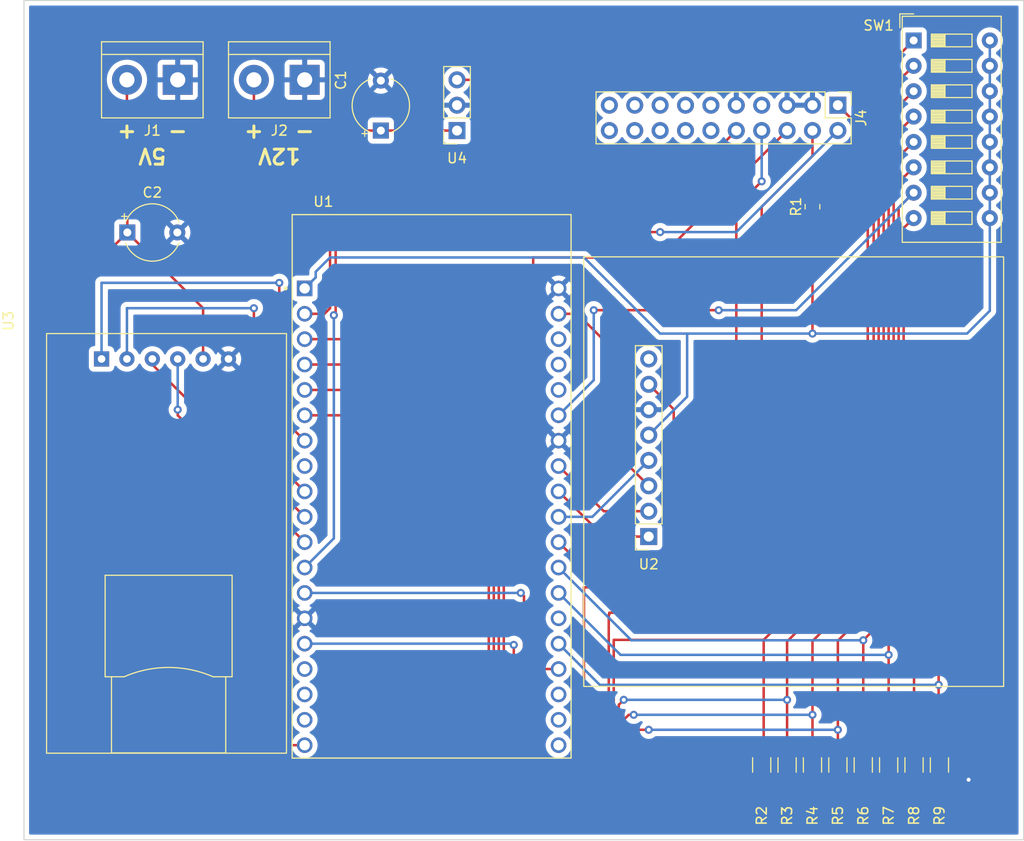
<source format=kicad_pcb>
(kicad_pcb (version 20211014) (generator pcbnew)
  (layers (0 "F.Cu" signal) (31 "B.Cu" signal) (34 "B.Paste" user) (35 "F.Paste" user) (36 "B.SilkS" user "B.Silkscreen") (37 "F.SilkS" user "F.Silkscreen") (38 "B.Mask" user) (39 "F.Mask" user) (44 "Edge.Cuts" user))
  (net 0 "")
  (net 12 "GND")
  (net 14 "PN532_MOSI")
  (net 15 "PN532_CLK")
  (net 16 "PN532_SS")
  (net 17 "PN532_IRQ")
  (net 18 "PN532_MISO")
  (net 19 "+3V3")
  (net 20 "+12V")
  (net 21 "+5V")
  (net 22 "JTAG_TMS")
  (net 23 "JTAG_TCK")
  (net 24 "JTAG_TDO")
  (net 25 "JTAG_TDI")
  (net 26 "JTAG_RST")
  (net 27 "SD_CS")
  (net 28 "SD_SCL")
  (net 29 "SD_MOSI")
  (net 30 "SD_MISO")
  (net 31 "Net-(J4-Pad1)")
  (net 32 "DIP_1")
  (net 33 "DIP_2")
  (net 34 "DIP_3")
  (net 35 "DIP_4")
  (net 36 "DIP_5")
  (net 37 "DIP_6")
  (net 38 "DIP_7")
  (net 39 "DIP_8")
  (footprint "Connector_PinSocket_2.54mm:PinSocket_1x03_P2.54mm_Vertical" (layer "F.Cu") (at 147.32 33.02 180)
    (fp_text reference "U4" (at 0 -2.77) (layer "F.SilkS"))
    (fp_text value "L7805")
    (pad "1" thru_hole rect (at 0 0 180) (size 1.7 1.7) (drill 1) (layers *.Cu *.Mask) (net 20 "+12V"))
    (pad "2" thru_hole oval (at 0 2.54 180) (size 1.7 1.7) (drill 1) (layers *.Cu *.Mask) (net 12 "GND"))
    (pad "3" thru_hole oval (at 0 5.08 180) (size 1.7 1.7) (drill 1) (layers *.Cu *.Mask) (net 21 "+5V"))
  )
  (footprint "Resistor_SMD:R_1206_3216Metric_Pad1.30x1.75mm_HandSolder" (layer "F.Cu") (at 187.96 96.52 90)
    (fp_text reference "R6" (at -5.08 0 90) (layer "F.SilkS"))
    (fp_text value "4.7k")
    (pad "1" smd roundrect (at -1.55 0 90) (size 1.3 1.75) (layers "F.Cu" "F.Paste" "F.Mask") (roundrect_rratio 0.1923076923) (net 12 "GND"))
    (pad "2" smd roundrect (at 1.55 0 90) (size 1.3 1.75) (layers "F.Cu" "F.Paste" "F.Mask") (roundrect_rratio 0.1923076923) (net 36 "DIP_5"))
  )
  (footprint "Capacitor_THT:CP_Radial_Tantal_D5.5mm_P5.00mm" (layer "F.Cu") (at 114.34 43.22)
    (fp_text reference "C2" (at 2.5 -4) (layer "F.SilkS"))
    (fp_text value "0.1uF")
    (pad "1" thru_hole rect (at 0 0) (size 1.6 1.6) (drill 0.8) (layers *.Cu *.Mask) (net 21 "+5V"))
    (pad "2" thru_hole circle (at 5 0) (size 1.6 1.6) (drill 0.8) (layers *.Cu *.Mask) (net 12 "GND"))
  )
  (footprint "Resistor_SMD:R_1206_3216Metric_Pad1.30x1.75mm_HandSolder" (layer "F.Cu") (at 193.04 96.52 90)
    (fp_text reference "R8" (at -5.08 0 90) (layer "F.SilkS"))
    (fp_text value "4.7k")
    (pad "1" smd roundrect (at -1.55 0 90) (size 1.3 1.75) (layers "F.Cu" "F.Paste" "F.Mask") (roundrect_rratio 0.1923076923) (net 12 "GND"))
    (pad "2" smd roundrect (at 1.55 0 90) (size 1.3 1.75) (layers "F.Cu" "F.Paste" "F.Mask") (roundrect_rratio 0.1923076923) (net 38 "DIP_7"))
  )
  (footprint "Button_Switch_THT:SW_DIP_SPSTx08_Slide_9.78x22.5mm_W7.62mm_P2.54mm" (layer "F.Cu") (at 193 24)
    (fp_text reference "SW1" (at -3.5 -1.5) (layer "F.SilkS"))
    (fp_text value "SW_DIP_x08")
    (pad "1" thru_hole rect (at 0 0) (size 1.6 1.6) (drill 0.8) (layers *.Cu *.Mask) (net 32 "DIP_1"))
    (pad "2" thru_hole oval (at 0 2.54) (size 1.6 1.6) (drill 0.8) (layers *.Cu *.Mask) (net 33 "DIP_2"))
    (pad "3" thru_hole oval (at 0 5.08) (size 1.6 1.6) (drill 0.8) (layers *.Cu *.Mask) (net 34 "DIP_3"))
    (pad "4" thru_hole oval (at 0 7.62) (size 1.6 1.6) (drill 0.8) (layers *.Cu *.Mask) (net 35 "DIP_4"))
    (pad "5" thru_hole oval (at 0 10.16) (size 1.6 1.6) (drill 0.8) (layers *.Cu *.Mask) (net 36 "DIP_5"))
    (pad "6" thru_hole oval (at 0 12.7) (size 1.6 1.6) (drill 0.8) (layers *.Cu *.Mask) (net 37 "DIP_6"))
    (pad "7" thru_hole oval (at 0 15.24) (size 1.6 1.6) (drill 0.8) (layers *.Cu *.Mask) (net 38 "DIP_7"))
    (pad "8" thru_hole oval (at 0 17.78) (size 1.6 1.6) (drill 0.8) (layers *.Cu *.Mask) (net 39 "DIP_8"))
    (pad "9" thru_hole oval (at 7.62 17.78) (size 1.6 1.6) (drill 0.8) (layers *.Cu *.Mask) (net 19 "+3V3"))
    (pad "10" thru_hole oval (at 7.62 15.24) (size 1.6 1.6) (drill 0.8) (layers *.Cu *.Mask) (net 19 "+3V3"))
    (pad "11" thru_hole oval (at 7.62 12.7) (size 1.6 1.6) (drill 0.8) (layers *.Cu *.Mask) (net 19 "+3V3"))
    (pad "12" thru_hole oval (at 7.62 10.16) (size 1.6 1.6) (drill 0.8) (layers *.Cu *.Mask) (net 19 "+3V3"))
    (pad "13" thru_hole oval (at 7.62 7.62) (size 1.6 1.6) (drill 0.8) (layers *.Cu *.Mask) (net 19 "+3V3"))
    (pad "14" thru_hole oval (at 7.62 5.08) (size 1.6 1.6) (drill 0.8) (layers *.Cu *.Mask) (net 19 "+3V3"))
    (pad "15" thru_hole oval (at 7.62 2.54) (size 1.6 1.6) (drill 0.8) (layers *.Cu *.Mask) (net 19 "+3V3"))
    (pad "16" thru_hole oval (at 7.62 0) (size 1.6 1.6) (drill 0.8) (layers *.Cu *.Mask) (net 19 "+3V3"))
  )
  (footprint "Resistor_SMD:R_1206_3216Metric_Pad1.30x1.75mm_HandSolder" (layer "F.Cu") (at 177.8 96.52 90)
    (fp_text reference "R2" (at -5.08 0 90) (layer "F.SilkS"))
    (fp_text value "4.7k")
    (pad "1" smd roundrect (at -1.55 0 90) (size 1.3 1.75) (layers "F.Cu" "F.Paste" "F.Mask") (roundrect_rratio 0.1923076923) (net 12 "GND"))
    (pad "2" smd roundrect (at 1.55 0 90) (size 1.3 1.75) (layers "F.Cu" "F.Paste" "F.Mask") (roundrect_rratio 0.1923076923) (net 32 "DIP_1"))
  )
  (footprint "pn532:pn532_breakout" (layer "F.Cu") (at 166.5 73.66 180)
    (fp_text reference "U2" (at 0 -2.77) (layer "F.SilkS"))
    (fp_text value "pn532_breakout")
    (pad "1" thru_hole rect (at 0 0 180) (size 1.7 1.7) (drill 1) (layers *.Cu *.Mask) (net 15 "PN532_CLK"))
    (pad "2" thru_hole oval (at 0 2.54 180) (size 1.7 1.7) (drill 1) (layers *.Cu *.Mask) (net 18 "PN532_MISO"))
    (pad "3" thru_hole oval (at 0 5.08 180) (size 1.7 1.7) (drill 1) (layers *.Cu *.Mask) (net 14 "PN532_MOSI"))
    (pad "4" thru_hole oval (at 0 7.62 180) (size 1.7 1.7) (drill 1) (layers *.Cu *.Mask) (net 16 "PN532_SS"))
    (pad "5" thru_hole oval (at 0 10.16 180) (size 1.7 1.7) (drill 1) (layers *.Cu *.Mask) (net 19 "+3V3"))
    (pad "6" thru_hole oval (at 0 12.7 180) (size 1.7 1.7) (drill 1) (layers *.Cu *.Mask) (net 12 "GND"))
    (pad "7" thru_hole oval (at 0 15.24 180) (size 1.7 1.7) (drill 1) (layers *.Cu *.Mask) (net 17 "PN532_IRQ"))
    (pad "8" thru_hole oval (at 0 17.78 180) (size 1.7 1.7) (drill 1) (layers *.Cu *.Mask))
  )
  (footprint "Resistor_SMD:R_0805_2012Metric" (layer "F.Cu") (at 182.88 40.64 90)
    (fp_text reference "R1" (at 0 -1.65 90) (layer "F.SilkS"))
    (fp_text value "0")
    (pad "1" smd roundrect (at -0.9125 0 90) (size 1.025 1.4) (layers "F.Cu" "F.Paste" "F.Mask") (roundrect_rratio 0.243902439) (net 19 "+3V3"))
    (pad "2" smd roundrect (at 0.9125 0 90) (size 1.025 1.4) (layers "F.Cu" "F.Paste" "F.Mask") (roundrect_rratio 0.243902439) (net 31 "Net-(J4-Pad1)"))
  )
  (footprint "Resistor_SMD:R_1206_3216Metric_Pad1.30x1.75mm_HandSolder" (layer "F.Cu") (at 182.88 96.52 90)
    (fp_text reference "R4" (at -5.08 0 90) (layer "F.SilkS"))
    (fp_text value "4.7k")
    (pad "1" smd roundrect (at -1.55 0 90) (size 1.3 1.75) (layers "F.Cu" "F.Paste" "F.Mask") (roundrect_rratio 0.1923076923) (net 12 "GND"))
    (pad "2" smd roundrect (at 1.55 0 90) (size 1.3 1.75) (layers "F.Cu" "F.Paste" "F.Mask") (roundrect_rratio 0.1923076923) (net 34 "DIP_3"))
  )
  (footprint "Resistor_SMD:R_1206_3216Metric_Pad1.30x1.75mm_HandSolder" (layer "F.Cu") (at 190.5 96.52 90)
    (fp_text reference "R7" (at -5.08 0 90) (layer "F.SilkS"))
    (fp_text value "4.7k")
    (pad "1" smd roundrect (at -1.55 0 90) (size 1.3 1.75) (layers "F.Cu" "F.Paste" "F.Mask") (roundrect_rratio 0.1923076923) (net 12 "GND"))
    (pad "2" smd roundrect (at 1.55 0 90) (size 1.3 1.75) (layers "F.Cu" "F.Paste" "F.Mask") (roundrect_rratio 0.1923076923) (net 37 "DIP_6"))
  )
  (footprint "TerminalBlock:TerminalBlock_bornier-2_P5.08mm" (layer "F.Cu") (at 132.08 27.94 180)
    (fp_text reference "J2" (at 2.54 -5.08) (layer "F.SilkS"))
    (fp_text value "Conn_01x02")
    (pad "1" thru_hole rect (at 0 0 180) (size 3 3) (drill 1.52) (layers *.Cu *.Mask) (net 12 "GND"))
    (pad "2" thru_hole circle (at 5.08 0 180) (size 3 3) (drill 1.52) (layers *.Cu *.Mask) (net 20 "+12V"))
  )
  (footprint "Connector_PinHeader_2.54mm:PinHeader_2x10_P2.54mm_Vertical" (layer "F.Cu") (at 185.42 30.48 -90)
    (fp_text reference "J4" (at 1.27 -2.33 90) (layer "F.SilkS"))
    (fp_text value "Conn_ARM_JTAG_SWD_10")
    (pad "1" thru_hole rect (at 0 0 270) (size 1.7 1.7) (drill 1) (layers *.Cu *.Mask) (net 31 "Net-(J4-Pad1)"))
    (pad "2" thru_hole oval (at 2.54 0 270) (size 1.7 1.7) (drill 1) (layers *.Cu *.Mask) (net 22 "JTAG_TMS"))
    (pad "3" thru_hole oval (at 0 2.54 270) (size 1.7 1.7) (drill 1) (layers *.Cu *.Mask) (net 12 "GND"))
    (pad "4" thru_hole oval (at 2.54 2.54 270) (size 1.7 1.7) (drill 1) (layers *.Cu *.Mask) (net 23 "JTAG_TCK"))
    (pad "5" thru_hole oval (at 0 5.08 270) (size 1.7 1.7) (drill 1) (layers *.Cu *.Mask) (net 12 "GND"))
    (pad "6" thru_hole oval (at 2.54 5.08 270) (size 1.7 1.7) (drill 1) (layers *.Cu *.Mask) (net 24 "JTAG_TDO"))
    (pad "7" thru_hole oval (at 0 7.62 270) (size 1.7 1.7) (drill 1) (layers *.Cu *.Mask))
    (pad "8" thru_hole oval (at 2.54 7.62 270) (size 1.7 1.7) (drill 1) (layers *.Cu *.Mask) (net 25 "JTAG_TDI"))
    (pad "9" thru_hole oval (at 0 10.16 270) (size 1.7 1.7) (drill 1) (layers *.Cu *.Mask) (net 12 "GND"))
    (pad "10" thru_hole oval (at 2.54 10.16 270) (size 1.7 1.7) (drill 1) (layers *.Cu *.Mask) (net 26 "JTAG_RST"))
    (pad "11" thru_hole oval (at 0 12.7 270) (size 1.7 1.7) (drill 1) (layers *.Cu *.Mask))
    (pad "12" thru_hole oval (at 2.54 12.7 270) (size 1.7 1.7) (drill 1) (layers *.Cu *.Mask))
    (pad "13" thru_hole oval (at 0 15.24 270) (size 1.7 1.7) (drill 1) (layers *.Cu *.Mask))
    (pad "14" thru_hole oval (at 2.54 15.24 270) (size 1.7 1.7) (drill 1) (layers *.Cu *.Mask))
    (pad "15" thru_hole oval (at 0 17.78 270) (size 1.7 1.7) (drill 1) (layers *.Cu *.Mask))
    (pad "16" thru_hole oval (at 2.54 17.78 270) (size 1.7 1.7) (drill 1) (layers *.Cu *.Mask))
    (pad "17" thru_hole oval (at 0 20.32 270) (size 1.7 1.7) (drill 1) (layers *.Cu *.Mask))
    (pad "18" thru_hole oval (at 2.54 20.32 270) (size 1.7 1.7) (drill 1) (layers *.Cu *.Mask))
    (pad "19" thru_hole oval (at 0 22.86 270) (size 1.7 1.7) (drill 1) (layers *.Cu *.Mask))
    (pad "20" thru_hole oval (at 2.54 22.86 270) (size 1.7 1.7) (drill 1) (layers *.Cu *.Mask))
  )
  (footprint "TerminalBlock:TerminalBlock_bornier-2_P5.08mm" (layer "F.Cu") (at 119.38 27.94 180)
    (fp_text reference "J1" (at 2.54 -5.08) (layer "F.SilkS"))
    (fp_text value "Conn_01x02")
    (pad "1" thru_hole rect (at 0 0 180) (size 3 3) (drill 1.52) (layers *.Cu *.Mask) (net 12 "GND"))
    (pad "2" thru_hole circle (at 5.08 0 180) (size 3 3) (drill 1.52) (layers *.Cu *.Mask) (net 21 "+5V"))
  )
  (footprint "Resistor_SMD:R_1206_3216Metric_Pad1.30x1.75mm_HandSolder" (layer "F.Cu") (at 185.42 96.52 90)
    (fp_text reference "R5" (at -5.08 0 90) (layer "F.SilkS"))
    (fp_text value "4.7k")
    (pad "1" smd roundrect (at -1.55 0 90) (size 1.3 1.75) (layers "F.Cu" "F.Paste" "F.Mask") (roundrect_rratio 0.1923076923) (net 12 "GND"))
    (pad "2" smd roundrect (at 1.55 0 90) (size 1.3 1.75) (layers "F.Cu" "F.Paste" "F.Mask") (roundrect_rratio 0.1923076923) (net 35 "DIP_4"))
  )
  (footprint "3rdparty:MODULE_ESP32-DEVKITC-32D" (layer "F.Cu") (at 144.78 68.58)
    (fp_text reference "U1" (at -10.829175 -28.446045) (layer "F.SilkS") (effects (font (size 1.000386 1.000386))))
    (fp_text value "ESP32-DEVKITC-32D")
    (pad "J2-1" thru_hole rect (at -12.7 -19.76) (size 1.56 1.56) (drill 1.04) (layers *.Cu *.Mask) (net 19 "+3V3"))
    (pad "J2-2" thru_hole circle (at -12.7 -17.22) (size 1.56 1.56) (drill 1.04) (layers *.Cu *.Mask) (net 26 "JTAG_RST"))
    (pad "J2-3" thru_hole circle (at -12.7 -14.68) (size 1.56 1.56) (drill 1.04) (layers *.Cu *.Mask) (net 32 "DIP_1"))
    (pad "J2-4" thru_hole circle (at -12.7 -12.14) (size 1.56 1.56) (drill 1.04) (layers *.Cu *.Mask) (net 33 "DIP_2"))
    (pad "J2-5" thru_hole circle (at -12.7 -9.6) (size 1.56 1.56) (drill 1.04) (layers *.Cu *.Mask) (net 34 "DIP_3"))
    (pad "J2-6" thru_hole circle (at -12.7 -7.06) (size 1.56 1.56) (drill 1.04) (layers *.Cu *.Mask) (net 35 "DIP_4"))
    (pad "J2-7" thru_hole circle (at -12.7 -4.52) (size 1.56 1.56) (drill 1.04) (layers *.Cu *.Mask) (net 27 "SD_CS"))
    (pad "J2-8" thru_hole circle (at -12.7 -1.98) (size 1.56 1.56) (drill 1.04) (layers *.Cu *.Mask))
    (pad "J2-9" thru_hole circle (at -12.7 0.56) (size 1.56 1.56) (drill 1.04) (layers *.Cu *.Mask) (net 28 "SD_SCL"))
    (pad "J2-10" thru_hole circle (at -12.7 3.1) (size 1.56 1.56) (drill 1.04) (layers *.Cu *.Mask) (net 29 "SD_MOSI"))
    (pad "J2-11" thru_hole circle (at -12.7 5.64) (size 1.56 1.56) (drill 1.04) (layers *.Cu *.Mask) (net 30 "SD_MISO"))
    (pad "J2-12" thru_hole circle (at -12.7 8.18) (size 1.56 1.56) (drill 1.04) (layers *.Cu *.Mask) (net 22 "JTAG_TMS"))
    (pad "J2-13" thru_hole circle (at -12.7 10.72) (size 1.56 1.56) (drill 1.04) (layers *.Cu *.Mask) (net 25 "JTAG_TDI"))
    (pad "J2-14" thru_hole circle (at -12.7 13.26) (size 1.56 1.56) (drill 1.04) (layers *.Cu *.Mask) (net 12 "GND"))
    (pad "J2-15" thru_hole circle (at -12.7 15.8) (size 1.56 1.56) (drill 1.04) (layers *.Cu *.Mask) (net 23 "JTAG_TCK"))
    (pad "J2-16" thru_hole circle (at -12.7 18.34) (size 1.56 1.56) (drill 1.04) (layers *.Cu *.Mask))
    (pad "J2-17" thru_hole circle (at -12.7 20.88) (size 1.56 1.56) (drill 1.04) (layers *.Cu *.Mask))
    (pad "J2-18" thru_hole circle (at -12.7 23.42) (size 1.56 1.56) (drill 1.04) (layers *.Cu *.Mask))
    (pad "J2-19" thru_hole circle (at -12.7 25.96) (size 1.56 1.56) (drill 1.04) (layers *.Cu *.Mask) (net 21 "+5V"))
    (pad "J3-1" thru_hole circle (at 12.7 -19.76) (size 1.56 1.56) (drill 1.04) (layers *.Cu *.Mask) (net 12 "GND"))
    (pad "J3-2" thru_hole circle (at 12.7 -17.22) (size 1.56 1.56) (drill 1.04) (layers *.Cu *.Mask) (net 14 "PN532_MOSI"))
    (pad "J3-3" thru_hole circle (at 12.7 -14.68) (size 1.56 1.56) (drill 1.04) (layers *.Cu *.Mask))
    (pad "J3-4" thru_hole circle (at 12.7 -12.14) (size 1.56 1.56) (drill 1.04) (layers *.Cu *.Mask))
    (pad "J3-5" thru_hole circle (at 12.7 -9.6) (size 1.56 1.56) (drill 1.04) (layers *.Cu *.Mask))
    (pad "J3-6" thru_hole circle (at 12.7 -7.06) (size 1.56 1.56) (drill 1.04) (layers *.Cu *.Mask) (net 38 "DIP_7"))
    (pad "J3-7" thru_hole circle (at 12.7 -4.52) (size 1.56 1.56) (drill 1.04) (layers *.Cu *.Mask) (net 12 "GND"))
    (pad "J3-8" thru_hole circle (at 12.7 -1.98) (size 1.56 1.56) (drill 1.04) (layers *.Cu *.Mask) (net 18 "PN532_MISO"))
    (pad "J3-9" thru_hole circle (at 12.7 0.56) (size 1.56 1.56) (drill 1.04) (layers *.Cu *.Mask) (net 15 "PN532_CLK"))
    (pad "J3-10" thru_hole circle (at 12.7 3.1) (size 1.56 1.56) (drill 1.04) (layers *.Cu *.Mask) (net 16 "PN532_SS"))
    (pad "J3-11" thru_hole circle (at 12.7 5.64) (size 1.56 1.56) (drill 1.04) (layers *.Cu *.Mask) (net 17 "PN532_IRQ"))
    (pad "J3-12" thru_hole circle (at 12.7 8.18) (size 1.56 1.56) (drill 1.04) (layers *.Cu *.Mask) (net 36 "DIP_5"))
    (pad "J3-13" thru_hole circle (at 12.7 10.72) (size 1.56 1.56) (drill 1.04) (layers *.Cu *.Mask) (net 37 "DIP_6"))
    (pad "J3-14" thru_hole circle (at 12.7 13.26) (size 1.56 1.56) (drill 1.04) (layers *.Cu *.Mask))
    (pad "J3-15" thru_hole circle (at 12.7 15.8) (size 1.56 1.56) (drill 1.04) (layers *.Cu *.Mask) (net 39 "DIP_8"))
    (pad "J3-16" thru_hole circle (at 12.7 18.34) (size 1.56 1.56) (drill 1.04) (layers *.Cu *.Mask) (net 24 "JTAG_TDO"))
    (pad "J3-17" thru_hole circle (at 12.7 20.88) (size 1.56 1.56) (drill 1.04) (layers *.Cu *.Mask))
    (pad "J3-18" thru_hole circle (at 12.7 23.42) (size 1.56 1.56) (drill 1.04) (layers *.Cu *.Mask))
    (pad "J3-19" thru_hole circle (at 12.7 25.96) (size 1.56 1.56) (drill 1.04) (layers *.Cu *.Mask))
  )
  (footprint "Resistor_SMD:R_1206_3216Metric_Pad1.30x1.75mm_HandSolder" (layer "F.Cu") (at 195.58 96.52 90)
    (fp_text reference "R9" (at -5.08 0 90) (layer "F.SilkS"))
    (fp_text value "4.7k")
    (pad "1" smd roundrect (at -1.55 0 90) (size 1.3 1.75) (layers "F.Cu" "F.Paste" "F.Mask") (roundrect_rratio 0.1923076923) (net 12 "GND"))
    (pad "2" smd roundrect (at 1.55 0 90) (size 1.3 1.75) (layers "F.Cu" "F.Paste" "F.Mask") (roundrect_rratio 0.1923076923) (net 39 "DIP_8"))
  )
  (footprint "Resistor_SMD:R_1206_3216Metric_Pad1.30x1.75mm_HandSolder" (layer "F.Cu") (at 180.34 96.52 90)
    (fp_text reference "R3" (at -5.08 0 90) (layer "F.SilkS"))
    (fp_text value "4.7k")
    (pad "1" smd roundrect (at -1.55 0 90) (size 1.3 1.75) (layers "F.Cu" "F.Paste" "F.Mask") (roundrect_rratio 0.1923076923) (net 12 "GND"))
    (pad "2" smd roundrect (at 1.55 0 90) (size 1.3 1.75) (layers "F.Cu" "F.Paste" "F.Mask") (roundrect_rratio 0.1923076923) (net 33 "DIP_2"))
  )
  (footprint "3rdparty:SD_Card_Module" (layer "F.Cu") (at 106.26 53.34 90)
    (fp_text reference "U3" (at 1.27 -3.81 90) (layer "F.SilkS"))
    (fp_text value "Micro_SD_Card_module")
    (pad "1" thru_hole rect (at -2.54 5.5 90) (size 1.524 1.524) (drill 0.762) (layers *.Cu *.Mask) (net 27 "SD_CS"))
    (pad "2" thru_hole circle (at -2.54 8.04 90) (size 1.524 1.524) (drill 0.762) (layers *.Cu *.Mask) (net 28 "SD_SCL"))
    (pad "3" thru_hole circle (at -2.54 10.58 90) (size 1.524 1.524) (drill 0.762) (layers *.Cu *.Mask) (net 29 "SD_MOSI"))
    (pad "4" thru_hole circle (at -2.54 13.12 90) (size 1.524 1.524) (drill 0.762) (layers *.Cu *.Mask) (net 30 "SD_MISO"))
    (pad "5" thru_hole circle (at -2.54 15.66 90) (size 1.524 1.524) (drill 0.762) (layers *.Cu *.Mask) (net 21 "+5V"))
    (pad "6" thru_hole circle (at -2.54 18.2 90) (size 1.524 1.524) (drill 0.762) (layers *.Cu *.Mask) (net 12 "GND"))
  )
  (footprint "Capacitor_THT:CP_Radial_Tantal_D5.5mm_P5.00mm" (layer "F.Cu") (at 139.7 33.02 90)
    (fp_text reference "C1" (at 5.04 -4 90) (layer "F.SilkS"))
    (fp_text value "0.33uF")
    (pad "1" thru_hole rect (at 0 0 90) (size 1.6 1.6) (drill 0.8) (layers *.Cu *.Mask) (net 20 "+12V"))
    (pad "2" thru_hole circle (at 5 0 90) (size 1.6 1.6) (drill 0.8) (layers *.Cu *.Mask) (net 12 "GND"))
  )
  (gr_rect (start 104 20) (end 204 104) (layer "Edge.Cuts") (width 0.1) (fill none))
  (gr_text "-" (at 119.38 33.02) (layer "F.SilkS") (effects (font (size 1.5 1.5) (thickness 0.3)) (justify mirror)))
  (gr_text "+" (at 127 33.02) (layer "F.SilkS") (effects (font (size 1.5 1.5) (thickness 0.3)) (justify mirror)))
  (gr_text "+" (at 114.3 33.02) (layer "F.SilkS") (effects (font (size 1.5 1.5) (thickness 0.3)) (justify mirror)))
  (gr_text "-" (at 132.08 33.02) (layer "F.SilkS") (effects (font (size 1.5 1.5) (thickness 0.3)) (justify mirror)))
  (gr_text "12V" (at 129.54 35.56 180) (layer "F.SilkS") (effects (font (size 1.5 1.5) (thickness 0.3))))
  (gr_text "5V" (at 116.84 35.56 180) (layer "F.SilkS") (effects (font (size 1.5 1.5) (thickness 0.3))))
  (segment (start 187.96 98.07) (end 190.5 98.07) (width 0.25) (layer "F.Cu") (net 12))
  (segment (start 195.58 98.07) (end 198.43 98.07) (width 0.25) (layer "F.Cu") (net 12))
  (segment (start 198.43 98.07) (end 198.5 98) (width 0.25) (layer "F.Cu") (net 12))
  (segment (start 182.88 98.07) (end 185.42 98.07) (width 0.25) (layer "F.Cu") (net 12))
  (segment (start 185.42 98.07) (end 187.96 98.07) (width 0.25) (layer "F.Cu") (net 12))
  (segment (start 193.04 98.07) (end 195.58 98.07) (width 0.25) (layer "F.Cu") (net 12))
  (segment (start 190.5 98.07) (end 193.04 98.07) (width 0.25) (layer "F.Cu") (net 12))
  (segment (start 177.8 98.07) (end 180.34 98.07) (width 0.25) (layer "F.Cu") (net 12))
  (segment (start 180.34 98.07) (end 182.88 98.07) (width 0.25) (layer "F.Cu") (net 12))
  (via (at 198.5 98) (size 0.8) (drill 0.4) (layers "F.Cu" "B.Cu") (net 12))
  (segment (start 162 54) (end 162 64.08) (width 0.25) (layer "F.Cu") (net 14))
  (segment (start 159.36 51.36) (end 162 54) (width 0.25) (layer "F.Cu") (net 14))
  (segment (start 162 64.08) (end 166.5 68.58) (width 0.25) (layer "F.Cu") (net 14))
  (segment (start 157.48 51.36) (end 159.36 51.36) (width 0.25) (layer "F.Cu") (net 14))
  (segment (start 162 73.66) (end 157.48 69.14) (width 0.25) (layer "F.Cu") (net 15))
  (segment (start 166.5 73.66) (end 162 73.66) (width 0.25) (layer "F.Cu") (net 15))
  (segment (start 157.48 71.68) (end 160.86 71.68) (width 0.25) (layer "B.Cu") (net 16))
  (segment (start 160.86 71.68) (end 166.5 66.04) (width 0.25) (layer "B.Cu") (net 16))
  (segment (start 169 60.92) (end 166.5 58.42) (width 0.25) (layer "F.Cu") (net 17))
  (segment (start 169 76) (end 169 60.92) (width 0.25) (layer "F.Cu") (net 17))
  (segment (start 157.48 74.22) (end 159.26 76) (width 0.25) (layer "F.Cu") (net 17))
  (segment (start 159.26 76) (end 169 76) (width 0.25) (layer "F.Cu") (net 17))
  (segment (start 166.5 71.12) (end 162 71.12) (width 0.25) (layer "F.Cu") (net 18))
  (segment (start 162 71.12) (end 157.48 66.6) (width 0.25) (layer "F.Cu") (net 18))
  (segment (start 182.88 53.34) (end 182.88 41.5525) (width 0.25) (layer "F.Cu") (net 19))
  (via (at 182.88 53.34) (size 0.8) (drill 0.4) (layers "F.Cu" "B.Cu") (net 19))
  (segment (start 132.08 48.82) (end 133.184511 47.715489) (width 0.25) (layer "B.Cu") (net 19))
  (segment (start 200.62 26.54) (end 200.62 24) (width 0.25) (layer "B.Cu") (net 19))
  (segment (start 170.34 59.66) (end 166.5 63.5) (width 0.25) (layer "B.Cu") (net 19))
  (segment (start 200.62 41.78) (end 200.62 39.24) (width 0.25) (layer "B.Cu") (net 19))
  (segment (start 134.62 45.72) (end 160.02 45.72) (width 0.25) (layer "B.Cu") (net 19))
  (segment (start 200.62 34.16) (end 200.62 31.62) (width 0.25) (layer "B.Cu") (net 19))
  (segment (start 200.62 39.24) (end 200.62 36.7) (width 0.25) (layer "B.Cu") (net 19))
  (segment (start 160.02 45.72) (end 167.64 53.34) (width 0.25) (layer "B.Cu") (net 19))
  (segment (start 170.34 53.34) (end 170.34 59.66) (width 0.25) (layer "B.Cu") (net 19))
  (segment (start 198.34 53.34) (end 200.62 51.06) (width 0.25) (layer "B.Cu") (net 19))
  (segment (start 133.184511 47.155489) (end 134.62 45.72) (width 0.25) (layer "B.Cu") (net 19))
  (segment (start 133.184511 47.715489) (end 133.184511 47.155489) (width 0.25) (layer "B.Cu") (net 19))
  (segment (start 200.62 51.06) (end 200.62 41.78) (width 0.25) (layer "B.Cu") (net 19))
  (segment (start 182.88 53.34) (end 198.34 53.34) (width 0.25) (layer "B.Cu") (net 19))
  (segment (start 200.62 36.7) (end 200.62 34.16) (width 0.25) (layer "B.Cu") (net 19))
  (segment (start 182.88 53.34) (end 170.34 53.34) (width 0.25) (layer "B.Cu") (net 19))
  (segment (start 170.34 53.34) (end 167.64 53.34) (width 0.25) (layer "B.Cu") (net 19))
  (segment (start 200.62 31.62) (end 200.62 29.08) (width 0.25) (layer "B.Cu") (net 19))
  (segment (start 200.62 29.08) (end 200.62 26.54) (width 0.25) (layer "B.Cu") (net 19))
  (segment (start 127 27.94) (end 127 30.48) (width 0.25) (layer "F.Cu") (net 20))
  (segment (start 139.7 33.02) (end 147.32 33.02) (width 0.25) (layer "F.Cu") (net 20))
  (segment (start 129.54 33.02) (end 139.7 33.02) (width 0.25) (layer "F.Cu") (net 20))
  (segment (start 127 30.48) (end 129.54 33.02) (width 0.25) (layer "F.Cu") (net 20))
  (segment (start 110.593489 46.886511) (end 109.22 48.26) (width 0.25) (layer "F.Cu") (net 21))
  (segment (start 109.22 48.26) (end 109.22 73.66) (width 0.25) (layer "F.Cu") (net 21))
  (segment (start 149.86 38.1) (end 114.3 38.1) (width 0.25) (layer "F.Cu") (net 21))
  (segment (start 109.22 73.66) (end 130.1 94.54) (width 0.25) (layer "F.Cu") (net 21))
  (segment (start 114.34 43.22) (end 114.34 38.14) (width 0.25) (layer "F.Cu") (net 21))
  (segment (start 121.92 55.88) (end 121.92 50.8) (width 0.25) (layer "F.Cu") (net 21))
  (segment (start 110.673489 46.886511) (end 110.593489 46.886511) (width 0.25) (layer "F.Cu") (net 21))
  (segment (start 114.3 27.94) (end 114.3 38.1) (width 0.25) (layer "F.Cu") (net 21))
  (segment (start 149.86 27.94) (end 149.86 38.1) (width 0.25) (layer "F.Cu") (net 21))
  (segment (start 114.34 43.22) (end 110.673489 46.886511) (width 0.25) (layer "F.Cu") (net 21))
  (segment (start 147.32 27.94) (end 149.86 27.94) (width 0.25) (layer "F.Cu") (net 21))
  (segment (start 114.34 38.14) (end 114.3 38.1) (width 0.25) (layer "F.Cu") (net 21))
  (segment (start 114.34 43.22) (end 121.92 50.8) (width 0.25) (layer "F.Cu") (net 21))
  (segment (start 130.1 94.54) (end 132.08 94.54) (width 0.25) (layer "F.Cu") (net 21))
  (segment (start 157.48 43.18) (end 137.16 43.18) (width 0.25) (layer "F.Cu") (net 22))
  (segment (start 137.16 43.18) (end 135.18 43.18) (width 0.25) (layer "F.Cu") (net 22))
  (segment (start 135.18 43.18) (end 135.18 51.32) (width 0.25) (layer "F.Cu") (net 22))
  (segment (start 167.64 43.18) (end 157.48 43.18) (width 0.25) (layer "F.Cu") (net 22))
  (segment (start 135.18 51.32) (end 135 51.5) (width 0.25) (layer "F.Cu") (net 22))
  (via (at 135 51.5) (size 0.8) (drill 0.4) (layers "F.Cu" "B.Cu") (net 22))
  (via (at 167.64 43.18) (size 0.8) (drill 0.4) (layers "F.Cu" "B.Cu") (net 22))
  (segment (start 175.26 43.18) (end 167.64 43.18) (width 0.25) (layer "B.Cu") (net 22))
  (segment (start 135 73.84) (end 132.08 76.76) (width 0.25) (layer "B.Cu") (net 22))
  (segment (start 185.42 33.02) (end 175.26 43.18) (width 0.25) (layer "B.Cu") (net 22))
  (segment (start 135 51.5) (end 135 73.84) (width 0.25) (layer "B.Cu") (net 22))
  (segment (start 182.88 33.02) (end 182.88 35.56) (width 0.25) (layer "F.Cu") (net 23))
  (segment (start 182.88 35.56) (end 177.8 40.64) (width 0.25) (layer "F.Cu") (net 23))
  (segment (start 162.56 81.28) (end 162.56 81.44) (width 0.25) (layer "F.Cu") (net 23))
  (segment (start 177.8 81.28) (end 162.56 81.28) (width 0.25) (layer "F.Cu") (net 23))
  (segment (start 162.56 81.44) (end 162.5 81.5) (width 0.25) (layer "F.Cu") (net 23))
  (segment (start 153 96.5) (end 153 84.5) (width 0.25) (layer "F.Cu") (net 23))
  (segment (start 177.8 40.64) (end 177.8 81.28) (width 0.25) (layer "F.Cu") (net 23))
  (segment (start 153.5 97) (end 153 96.5) (width 0.25) (layer "F.Cu") (net 23))
  (segment (start 162.5 81.5) (end 162.5 97) (width 0.25) (layer "F.Cu") (net 23))
  (segment (start 162.5 97) (end 153.5 97) (width 0.25) (layer "F.Cu") (net 23))
  (via (at 153 84.5) (size 0.8) (drill 0.4) (layers "F.Cu" "B.Cu") (net 23))
  (segment (start 152.88 84.38) (end 132.08 84.38) (width 0.25) (layer "B.Cu") (net 23))
  (segment (start 153 84.5) (end 152.88 84.38) (width 0.25) (layer "B.Cu") (net 23))
  (segment (start 154.94 45.72) (end 154.94 86.36) (width 0.25) (layer "F.Cu") (net 24))
  (segment (start 154.94 86.36) (end 155.5 86.92) (width 0.25) (layer "F.Cu") (net 24))
  (segment (start 167.64 45.72) (end 154.94 45.72) (width 0.25) (layer "F.Cu") (net 24))
  (segment (start 180.34 33.02) (end 167.64 45.72) (width 0.25) (layer "F.Cu") (net 24))
  (segment (start 155.5 86.92) (end 157.48 86.92) (width 0.25) (layer "F.Cu") (net 24))
  (segment (start 153.7 79.3) (end 154.02 79.62) (width 0.25) (layer "F.Cu") (net 25))
  (segment (start 177.8 38.1) (end 175.26 40.64) (width 0.25) (layer "F.Cu") (net 25))
  (segment (start 160.02 78.74) (end 160.02 96.48) (width 0.25) (layer "F.Cu") (net 25))
  (segment (start 175.26 78.74) (end 160.02 78.74) (width 0.25) (layer "F.Cu") (net 25))
  (segment (start 160.02 96.48) (end 154.02 96.48) (width 0.25) (layer "F.Cu") (net 25))
  (segment (start 175.26 40.64) (end 175.26 78.74) (width 0.25) (layer "F.Cu") (net 25))
  (segment (start 154.02 79.62) (end 154.02 96.48) (width 0.25) (layer "F.Cu") (net 25))
  (via (at 153.7 79.3) (size 0.8) (drill 0.4) (layers "F.Cu" "B.Cu") (net 25))
  (via (at 177.8 38.1) (size 0.8) (drill 0.4) (layers "F.Cu" "B.Cu") (net 25))
  (segment (start 153.7 79.3) (end 132.08 79.3) (width 0.25) (layer "B.Cu") (net 25))
  (segment (start 177.8 33.02) (end 177.8 38.1) (width 0.25) (layer "B.Cu") (net 25))
  (segment (start 134.06 51.36) (end 132.08 51.36) (width 0.25) (layer "F.Cu") (net 26))
  (segment (start 134.62 40.64) (end 134.62 50.8) (width 0.25) (layer "F.Cu") (net 26))
  (segment (start 175.26 33.02) (end 167.64 40.64) (width 0.25) (layer "F.Cu") (net 26))
  (segment (start 167.64 40.64) (end 134.62 40.64) (width 0.25) (layer "F.Cu") (net 26))
  (segment (start 134.62 50.8) (end 134.06 51.36) (width 0.25) (layer "F.Cu") (net 26))
  (segment (start 132.08 64.06) (end 129.54 61.52) (width 0.25) (layer "F.Cu") (net 27))
  (segment (start 129.54 61.52) (end 129.54 48.26) (width 0.25) (layer "F.Cu") (net 27))
  (via (at 129.54 48.26) (size 0.8) (drill 0.4) (layers "F.Cu" "B.Cu") (net 27))
  (segment (start 129.54 48.26) (end 111.76 48.26) (width 0.25) (layer "B.Cu") (net 27))
  (segment (start 111.76 48.26) (end 111.76 55.88) (width 0.25) (layer "B.Cu") (net 27))
  (segment (start 132.08 69.14) (end 127 64.06) (width 0.25) (layer "F.Cu") (net 28))
  (segment (start 127 64.06) (end 127 50.8) (width 0.25) (layer "F.Cu") (net 28))
  (via (at 127 50.8) (size 0.8) (drill 0.4) (layers "F.Cu" "B.Cu") (net 28))
  (segment (start 114.3 50.8) (end 114.3 55.88) (width 0.25) (layer "B.Cu") (net 28))
  (segment (start 127 50.8) (end 114.3 50.8) (width 0.25) (layer "B.Cu") (net 28))
  (segment (start 132.08 71.68) (end 116.84 56.44) (width 0.25) (layer "F.Cu") (net 29))
  (segment (start 116.84 56.44) (end 116.84 55.88) (width 0.25) (layer "F.Cu") (net 29))
  (segment (start 132.08 74.22) (end 119.38 61.52) (width 0.25) (layer "F.Cu") (net 30))
  (segment (start 119.38 61.52) (end 119.38 60.96) (width 0.25) (layer "F.Cu") (net 30))
  (via (at 119.38 60.96) (size 0.8) (drill 0.4) (layers "F.Cu" "B.Cu") (net 30))
  (segment (start 119.38 60.96) (end 119.38 55.88) (width 0.25) (layer "B.Cu") (net 30))
  (segment (start 187.96 35.56) (end 187.96 33.02) (width 0.25) (layer "F.Cu") (net 31))
  (segment (start 185.42 30.48) (end 187.96 33.02) (width 0.25) (layer "F.Cu") (net 31))
  (segment (start 183.7925 39.7275) (end 182.88 39.7275) (width 0.25) (layer "F.Cu") (net 31))
  (segment (start 187.96 35.56) (end 183.7925 39.7275) (width 0.25) (layer "F.Cu") (net 31))
  (segment (start 152 96.5) (end 152 67) (width 0.25) (layer "F.Cu") (net 32))
  (segment (start 163 97.135717) (end 162.686197 97.44952) (width 0.25) (layer "F.Cu") (net 32))
  (segment (start 152.94952 97.44952) (end 152 96.5) (width 0.25) (layer "F.Cu") (net 32))
  (segment (start 178 90) (end 178 94.77) (width 0.25) (layer "F.Cu") (net 32))
  (segment (start 162.686197 97.44952) (end 152.94952 97.44952) (width 0.25) (layer "F.Cu") (net 32))
  (segment (start 138.9 53.9) (end 132.08 53.9) (width 0.25) (layer "F.Cu") (net 32))
  (segment (start 178 90) (end 178 84) (width 0.25) (layer "F.Cu") (net 32))
  (segment (start 178 84) (end 163 84) (width 0.25) (layer "F.Cu") (net 32))
  (segment (start 178 94.77) (end 177.8 94.97) (width 0.25) (layer "F.Cu") (net 32))
  (segment (start 152 67) (end 138.9 53.9) (width 0.25) (layer "F.Cu") (net 32))
  (segment (start 163 84) (end 163 97.135717) (width 0.25) (layer "F.Cu") (net 32))
  (segment (start 193 24) (end 188.40952 28.59048) (width 0.25) (layer "F.Cu") (net 32))
  (segment (start 188.40952 73.59048) (end 178 84) (width 0.25) (layer "F.Cu") (net 32))
  (segment (start 188.40952 28.59048) (end 188.40952 73.59048) (width 0.25) (layer "F.Cu") (net 32))
  (segment (start 162.872394 97.89904) (end 152.763323 97.89904) (width 0.25) (layer "F.Cu") (net 33))
  (segment (start 151.5 96.635717) (end 151.5 67.5) (width 0.25) (layer "F.Cu") (net 33))
  (segment (start 163.5 90.5) (end 163.5 97.271434) (width 0.25) (layer "F.Cu") (net 33))
  (segment (start 151.5 67.5) (end 140.44 56.44) (width 0.25) (layer "F.Cu") (net 33))
  (segment (start 152.763323 97.89904) (end 151.5 96.635717) (width 0.25) (layer "F.Cu") (net 33))
  (segment (start 163.5 97.271434) (end 162.872394 97.89904) (width 0.25) (layer "F.Cu") (net 33))
  (segment (start 189 30.54) (end 189 75.5) (width 0.25) (layer "F.Cu") (net 33))
  (segment (start 180.34 94.97) (end 180.34 90) (width 0.25) (layer "F.Cu") (net 33))
  (segment (start 140.44 56.44) (end 132.08 56.44) (width 0.25) (layer "F.Cu") (net 33))
  (segment (start 180.34 84.16) (end 180.34 90) (width 0.25) (layer "F.Cu") (net 33))
  (segment (start 193 26.54) (end 189 30.54) (width 0.25) (layer "F.Cu") (net 33))
  (segment (start 164 90) (end 163.5 90.5) (width 0.25) (layer "F.Cu") (net 33))
  (segment (start 189 75.5) (end 180.34 84.16) (width 0.25) (layer "F.Cu") (net 33))
  (via (at 180.34 90) (size 0.8) (drill 0.4) (layers "F.Cu" "B.Cu") (net 33))
  (via (at 164 90) (size 0.8) (drill 0.4) (layers "F.Cu" "B.Cu") (net 33))
  (segment (start 180.34 90) (end 164 90) (width 0.25) (layer "B.Cu") (net 33))
  (segment (start 164 97.407151) (end 163.058591 98.34856) (width 0.25) (layer "F.Cu") (net 34))
  (segment (start 151 68) (end 141.98 58.98) (width 0.25) (layer "F.Cu") (net 34))
  (segment (start 182.88 94.97) (end 182.88 91.5) (width 0.25) (layer "F.Cu") (net 34))
  (segment (start 141.98 58.98) (end 132.08 58.98) (width 0.25) (layer "F.Cu") (net 34))
  (segment (start 182.88 91.5) (end 182.88 84.12) (width 0.25) (layer "F.Cu") (net 34))
  (segment (start 182.88 84.12) (end 189.5 77.5) (width 0.25) (layer "F.Cu") (net 34))
  (segment (start 164 92) (end 164 97.407151) (width 0.25) (layer "F.Cu") (net 34))
  (segment (start 152.577126 98.34856) (end 151 96.771434) (width 0.25) (layer "F.Cu") (net 34))
  (segment (start 151 96.771434) (end 151 68) (width 0.25) (layer "F.Cu") (net 34))
  (segment (start 189.5 77.5) (end 189.5 32.58) (width 0.25) (layer "F.Cu") (net 34))
  (segment (start 163.058591 98.34856) (end 152.577126 98.34856) (width 0.25) (layer "F.Cu") (net 34))
  (segment (start 165 91.5) (end 164.5 91.5) (width 0.25) (layer "F.Cu") (net 34))
  (segment (start 189.5 32.58) (end 193 29.08) (width 0.25) (layer "F.Cu") (net 34))
  (segment (start 164.5 91.5) (end 164 92) (width 0.25) (layer "F.Cu") (net 34))
  (via (at 165 91.5) (size 0.8) (drill 0.4) (layers "F.Cu" "B.Cu") (net 34))
  (via (at 182.88 91.5) (size 0.8) (drill 0.4) (layers "F.Cu" "B.Cu") (net 34))
  (segment (start 182.88 91.5) (end 165 91.5) (width 0.25) (layer "B.Cu") (net 34))
  (segment (start 164.5 97.542868) (end 163.244788 98.79808) (width 0.25) (layer "F.Cu") (net 35))
  (segment (start 185.42 93) (end 185.42 84.08) (width 0.25) (layer "F.Cu") (net 35))
  (segment (start 152.390929 98.79808) (end 150.5 96.907151) (width 0.25) (layer "F.Cu") (net 35))
  (segment (start 143.52 61.52) (end 132.08 61.52) (width 0.25) (layer "F.Cu") (net 35))
  (segment (start 150.5 96.907151) (end 150.5 68.5) (width 0.25) (layer "F.Cu") (net 35))
  (segment (start 166.5 93) (end 164.5 93) (width 0.25) (layer "F.Cu") (net 35))
  (segment (start 164.5 93) (end 164.5 97.542868) (width 0.25) (layer "F.Cu") (net 35))
  (segment (start 150.5 68.5) (end 143.52 61.52) (width 0.25) (layer "F.Cu") (net 35))
  (segment (start 185.42 84.08) (end 190 79.5) (width 0.25) (layer "F.Cu") (net 35))
  (segment (start 190 79.5) (end 190 36.5) (width 0.25) (layer "F.Cu") (net 35))
  (segment (start 185.42 94.97) (end 185.42 93) (width 0.25) (layer "F.Cu") (net 35))
  (segment (start 190 34.62) (end 190 36.5) (width 0.25) (layer "F.Cu") (net 35))
  (segment (start 193 31.62) (end 190 34.62) (width 0.25) (layer "F.Cu") (net 35))
  (segment (start 163.244788 98.79808) (end 152.390929 98.79808) (width 0.25) (layer "F.Cu") (net 35))
  (via (at 166.5 93) (size 0.8) (drill 0.4) (layers "F.Cu" "B.Cu") (net 35))
  (via (at 185.42 93) (size 0.8) (drill 0.4) (layers "F.Cu" "B.Cu") (net 35))
  (segment (start 185.42 93) (end 166.5 93) (width 0.25) (layer "B.Cu") (net 35))
  (segment (start 193 34.16) (end 190.5 36.66) (width 0.25) (layer "F.Cu") (net 36))
  (segment (start 190.5 81.5) (end 190.5 37) (width 0.25) (layer "F.Cu") (net 36))
  (segment (start 187.96 84.04) (end 190.5 81.5) (width 0.25) (layer "F.Cu") (net 36))
  (segment (start 187.96 94.97) (end 187.96 84.04) (width 0.25) (layer "F.Cu") (net 36))
  (segment (start 190.5 36.66) (end 190.5 37) (width 0.25) (layer "F.Cu") (net 36))
  (via (at 187.96 84.04) (size 0.8) (drill 0.4) (layers "F.Cu" "B.Cu") (net 36))
  (segment (start 164.76 84.04) (end 157.48 76.76) (width 0.25) (layer "B.Cu") (net 36))
  (segment (start 187.96 84.04) (end 164.76 84.04) (width 0.25) (layer "B.Cu") (net 36))
  (segment (start 191 39) (end 191 38.7) (width 0.25) (layer "F.Cu") (net 37))
  (segment (start 191 38.7) (end 193 36.7) (width 0.25) (layer "F.Cu") (net 37))
  (segment (start 190.5 85.5) (end 190.5 84) (width 0.25) (layer "F.Cu") (net 37))
  (segment (start 190.5 94.97) (end 190.5 85.5) (width 0.25) (layer "F.Cu") (net 37))
  (segment (start 190.5 84) (end 191 83.5) (width 0.25) (layer "F.Cu") (net 37))
  (segment (start 191 83.5) (end 191 39) (width 0.25) (layer "F.Cu") (net 37))
  (via (at 190.5 85.5) (size 0.8) (drill 0.4) (layers "F.Cu" "B.Cu") (net 37))
  (segment (start 190.5 85.5) (end 163.68 85.5) (width 0.25) (layer "B.Cu") (net 37))
  (segment (start 163.68 85.5) (end 157.48 79.3) (width 0.25) (layer "B.Cu") (net 37))
  (segment (start 191.5 82.5) (end 191.5 40.74) (width 0.25) (layer "F.Cu") (net 38))
  (segment (start 193.04 87) (end 193.04 84.04) (width 0.25) (layer "F.Cu") (net 38))
  (segment (start 191.5 40.74) (end 193 39.24) (width 0.25) (layer "F.Cu") (net 38))
  (segment (start 193.04 84.04) (end 191.5 82.5) (width 0.25) (layer "F.Cu") (net 38))
  (segment (start 193.04 94.97) (end 193.04 87) (width 0.25) (layer "F.Cu") (net 38))
  (segment (start 173 51) (end 173.5 51) (width 0.25) (layer "F.Cu") (net 38))
  (segment (start 161 51) (end 173 51) (width 0.25) (layer "F.Cu") (net 38))
  (via (at 173.5 51) (size 0.8) (drill 0.4) (layers "F.Cu" "B.Cu") (net 38))
  (via (at 161 51) (size 0.8) (drill 0.4) (layers "F.Cu" "B.Cu") (net 38))
  (segment (start 181.24 51) (end 173.5 51) (width 0.25) (layer "B.Cu") (net 38))
  (segment (start 161 58) (end 161 51) (width 0.25) (layer "B.Cu") (net 38))
  (segment (start 157.48 61.52) (end 161 58) (width 0.25) (layer "B.Cu") (net 38))
  (segment (start 193 39.24) (end 181.24 51) (width 0.25) (layer "B.Cu") (net 38))
  (segment (start 192 80.5) (end 192 42.78) (width 0.25) (layer "F.Cu") (net 39))
  (segment (start 195.5 88.5) (end 195.5 84) (width 0.25) (layer "F.Cu") (net 39))
  (segment (start 195.5 84) (end 192 80.5) (width 0.25) (layer "F.Cu") (net 39))
  (segment (start 195.5 94.89) (end 195.5 88.5) (width 0.25) (layer "F.Cu") (net 39))
  (segment (start 192 42.78) (end 193 41.78) (width 0.25) (layer "F.Cu") (net 39))
  (segment (start 195.58 94.97) (end 195.5 94.89) (width 0.25) (layer "F.Cu") (net 39))
  (via (at 195.5 88.5) (size 0.8) (drill 0.4) (layers "F.Cu" "B.Cu") (net 39))
  (segment (start 195.5 88.5) (end 161.6 88.5) (width 0.25) (layer "B.Cu") (net 39))
  (segment (start 161.6 88.5) (end 157.48 84.38) (width 0.25) (layer "B.Cu") (net 39))
  (zone (net 12) (net_name "GND") (layer "B.Cu") (connect_pads (clearance 0.508)) (min_thickness 0.254) (fill yes (thermal_gap 0.508) (thermal_bridge_width 0.508))
    (polygon (pts (xy 203.78 104.14) (xy 104.14 104.14) (xy 104.14 20.32) (xy 203.78 20.32)))
  )
)
</source>
